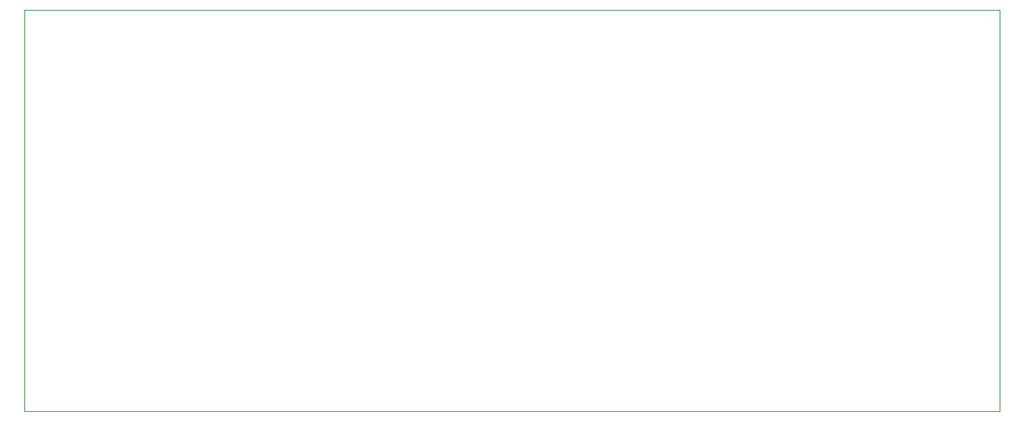
<source format=gbr>
%TF.GenerationSoftware,KiCad,Pcbnew,9.0.0*%
%TF.CreationDate,2025-03-26T11:57:41+11:00*%
%TF.ProjectId,Wing Board 4 TRS Mk IV,57696e67-2042-46f6-9172-642034205452,rev?*%
%TF.SameCoordinates,Original*%
%TF.FileFunction,Profile,NP*%
%FSLAX46Y46*%
G04 Gerber Fmt 4.6, Leading zero omitted, Abs format (unit mm)*
G04 Created by KiCad (PCBNEW 9.0.0) date 2025-03-26 11:57:41*
%MOMM*%
%LPD*%
G01*
G04 APERTURE LIST*
%TA.AperFunction,Profile*%
%ADD10C,0.050000*%
%TD*%
G04 APERTURE END LIST*
D10*
X52Y0D02*
X108456800Y0D01*
X108456800Y-44540000D01*
X52Y-44540000D01*
X52Y0D01*
M02*

</source>
